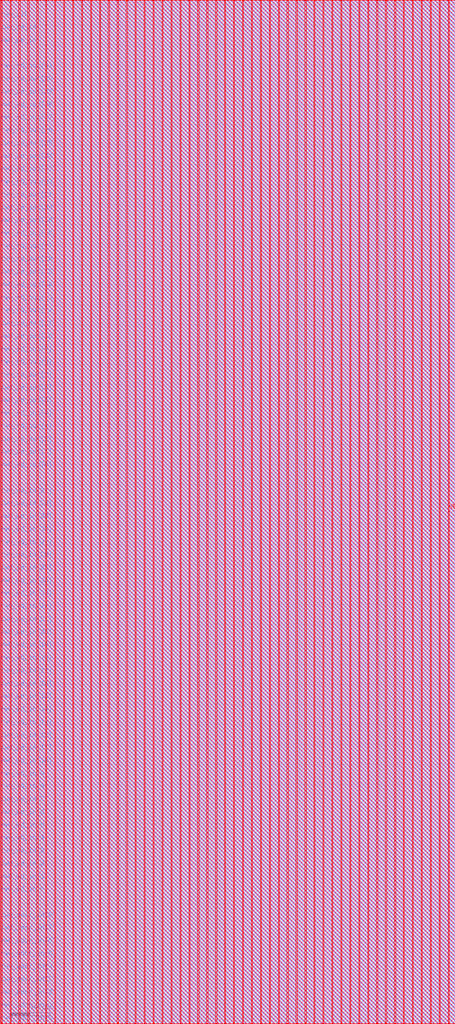
<source format=lef>
# Generated by FakeRAM 2.0
VERSION 5.7 ;
BUSBITCHARS "[]" ;
PROPERTYDEFINITIONS
  MACRO width INTEGER ;
  MACRO depth INTEGER ;
  MACRO banks INTEGER ;
END PROPERTYDEFINITIONS
MACRO liteeth_1rw1r_32w384d_32_sram
  PROPERTY width 32 ;
  PROPERTY depth 384 ;
  PROPERTY banks 1 ;
  FOREIGN liteeth_1rw1r_32w384d_32_sram 0 0 ;
  SYMMETRY X Y R90 ;
  SIZE 114.000 BY 256.200 ;
  CLASS BLOCK ;
  PIN r0_addr_in[0]
    DIRECTION INPUT ;
    USE SIGNAL ;
    SHAPE ABUTMENT ;
    PORT
      LAYER metal3 ;
      RECT 113.930 0.140 114.000 0.210 ;
    END
  END r0_addr_in[0]
  PIN r0_addr_in[1]
    DIRECTION INPUT ;
    USE SIGNAL ;
    SHAPE ABUTMENT ;
    PORT
      LAYER metal3 ;
      RECT 113.930 3.360 114.000 3.430 ;
    END
  END r0_addr_in[1]
  PIN r0_addr_in[2]
    DIRECTION INPUT ;
    USE SIGNAL ;
    SHAPE ABUTMENT ;
    PORT
      LAYER metal3 ;
      RECT 113.930 6.580 114.000 6.650 ;
    END
  END r0_addr_in[2]
  PIN r0_addr_in[3]
    DIRECTION INPUT ;
    USE SIGNAL ;
    SHAPE ABUTMENT ;
    PORT
      LAYER metal3 ;
      RECT 113.930 9.800 114.000 9.870 ;
    END
  END r0_addr_in[3]
  PIN r0_addr_in[4]
    DIRECTION INPUT ;
    USE SIGNAL ;
    SHAPE ABUTMENT ;
    PORT
      LAYER metal3 ;
      RECT 113.930 13.020 114.000 13.090 ;
    END
  END r0_addr_in[4]
  PIN r0_addr_in[5]
    DIRECTION INPUT ;
    USE SIGNAL ;
    SHAPE ABUTMENT ;
    PORT
      LAYER metal3 ;
      RECT 113.930 16.240 114.000 16.310 ;
    END
  END r0_addr_in[5]
  PIN r0_addr_in[6]
    DIRECTION INPUT ;
    USE SIGNAL ;
    SHAPE ABUTMENT ;
    PORT
      LAYER metal3 ;
      RECT 113.930 19.460 114.000 19.530 ;
    END
  END r0_addr_in[6]
  PIN r0_addr_in[7]
    DIRECTION INPUT ;
    USE SIGNAL ;
    SHAPE ABUTMENT ;
    PORT
      LAYER metal3 ;
      RECT 113.930 22.680 114.000 22.750 ;
    END
  END r0_addr_in[7]
  PIN r0_addr_in[8]
    DIRECTION INPUT ;
    USE SIGNAL ;
    SHAPE ABUTMENT ;
    PORT
      LAYER metal3 ;
      RECT 113.930 25.900 114.000 25.970 ;
    END
  END r0_addr_in[8]
  PIN r0_rd_out[0]
    DIRECTION OUTPUT ;
    USE SIGNAL ;
    SHAPE ABUTMENT ;
    PORT
      LAYER metal3 ;
      RECT 113.930 32.340 114.000 32.410 ;
    END
  END r0_rd_out[0]
  PIN r0_rd_out[1]
    DIRECTION OUTPUT ;
    USE SIGNAL ;
    SHAPE ABUTMENT ;
    PORT
      LAYER metal3 ;
      RECT 113.930 35.560 114.000 35.630 ;
    END
  END r0_rd_out[1]
  PIN r0_rd_out[2]
    DIRECTION OUTPUT ;
    USE SIGNAL ;
    SHAPE ABUTMENT ;
    PORT
      LAYER metal3 ;
      RECT 113.930 38.780 114.000 38.850 ;
    END
  END r0_rd_out[2]
  PIN r0_rd_out[3]
    DIRECTION OUTPUT ;
    USE SIGNAL ;
    SHAPE ABUTMENT ;
    PORT
      LAYER metal3 ;
      RECT 113.930 42.000 114.000 42.070 ;
    END
  END r0_rd_out[3]
  PIN r0_rd_out[4]
    DIRECTION OUTPUT ;
    USE SIGNAL ;
    SHAPE ABUTMENT ;
    PORT
      LAYER metal3 ;
      RECT 113.930 45.220 114.000 45.290 ;
    END
  END r0_rd_out[4]
  PIN r0_rd_out[5]
    DIRECTION OUTPUT ;
    USE SIGNAL ;
    SHAPE ABUTMENT ;
    PORT
      LAYER metal3 ;
      RECT 113.930 48.440 114.000 48.510 ;
    END
  END r0_rd_out[5]
  PIN r0_rd_out[6]
    DIRECTION OUTPUT ;
    USE SIGNAL ;
    SHAPE ABUTMENT ;
    PORT
      LAYER metal3 ;
      RECT 113.930 51.660 114.000 51.730 ;
    END
  END r0_rd_out[6]
  PIN r0_rd_out[7]
    DIRECTION OUTPUT ;
    USE SIGNAL ;
    SHAPE ABUTMENT ;
    PORT
      LAYER metal3 ;
      RECT 113.930 54.880 114.000 54.950 ;
    END
  END r0_rd_out[7]
  PIN r0_rd_out[8]
    DIRECTION OUTPUT ;
    USE SIGNAL ;
    SHAPE ABUTMENT ;
    PORT
      LAYER metal3 ;
      RECT 113.930 58.100 114.000 58.170 ;
    END
  END r0_rd_out[8]
  PIN r0_rd_out[9]
    DIRECTION OUTPUT ;
    USE SIGNAL ;
    SHAPE ABUTMENT ;
    PORT
      LAYER metal3 ;
      RECT 113.930 61.320 114.000 61.390 ;
    END
  END r0_rd_out[9]
  PIN r0_rd_out[10]
    DIRECTION OUTPUT ;
    USE SIGNAL ;
    SHAPE ABUTMENT ;
    PORT
      LAYER metal3 ;
      RECT 113.930 64.540 114.000 64.610 ;
    END
  END r0_rd_out[10]
  PIN r0_rd_out[11]
    DIRECTION OUTPUT ;
    USE SIGNAL ;
    SHAPE ABUTMENT ;
    PORT
      LAYER metal3 ;
      RECT 113.930 67.760 114.000 67.830 ;
    END
  END r0_rd_out[11]
  PIN r0_rd_out[12]
    DIRECTION OUTPUT ;
    USE SIGNAL ;
    SHAPE ABUTMENT ;
    PORT
      LAYER metal3 ;
      RECT 113.930 70.980 114.000 71.050 ;
    END
  END r0_rd_out[12]
  PIN r0_rd_out[13]
    DIRECTION OUTPUT ;
    USE SIGNAL ;
    SHAPE ABUTMENT ;
    PORT
      LAYER metal3 ;
      RECT 113.930 74.200 114.000 74.270 ;
    END
  END r0_rd_out[13]
  PIN r0_rd_out[14]
    DIRECTION OUTPUT ;
    USE SIGNAL ;
    SHAPE ABUTMENT ;
    PORT
      LAYER metal3 ;
      RECT 113.930 77.420 114.000 77.490 ;
    END
  END r0_rd_out[14]
  PIN r0_rd_out[15]
    DIRECTION OUTPUT ;
    USE SIGNAL ;
    SHAPE ABUTMENT ;
    PORT
      LAYER metal3 ;
      RECT 113.930 80.640 114.000 80.710 ;
    END
  END r0_rd_out[15]
  PIN r0_rd_out[16]
    DIRECTION OUTPUT ;
    USE SIGNAL ;
    SHAPE ABUTMENT ;
    PORT
      LAYER metal3 ;
      RECT 113.930 83.860 114.000 83.930 ;
    END
  END r0_rd_out[16]
  PIN r0_rd_out[17]
    DIRECTION OUTPUT ;
    USE SIGNAL ;
    SHAPE ABUTMENT ;
    PORT
      LAYER metal3 ;
      RECT 113.930 87.080 114.000 87.150 ;
    END
  END r0_rd_out[17]
  PIN r0_rd_out[18]
    DIRECTION OUTPUT ;
    USE SIGNAL ;
    SHAPE ABUTMENT ;
    PORT
      LAYER metal3 ;
      RECT 113.930 90.300 114.000 90.370 ;
    END
  END r0_rd_out[18]
  PIN r0_rd_out[19]
    DIRECTION OUTPUT ;
    USE SIGNAL ;
    SHAPE ABUTMENT ;
    PORT
      LAYER metal3 ;
      RECT 113.930 93.520 114.000 93.590 ;
    END
  END r0_rd_out[19]
  PIN r0_rd_out[20]
    DIRECTION OUTPUT ;
    USE SIGNAL ;
    SHAPE ABUTMENT ;
    PORT
      LAYER metal3 ;
      RECT 113.930 96.740 114.000 96.810 ;
    END
  END r0_rd_out[20]
  PIN r0_rd_out[21]
    DIRECTION OUTPUT ;
    USE SIGNAL ;
    SHAPE ABUTMENT ;
    PORT
      LAYER metal3 ;
      RECT 113.930 99.960 114.000 100.030 ;
    END
  END r0_rd_out[21]
  PIN r0_rd_out[22]
    DIRECTION OUTPUT ;
    USE SIGNAL ;
    SHAPE ABUTMENT ;
    PORT
      LAYER metal3 ;
      RECT 113.930 103.180 114.000 103.250 ;
    END
  END r0_rd_out[22]
  PIN r0_rd_out[23]
    DIRECTION OUTPUT ;
    USE SIGNAL ;
    SHAPE ABUTMENT ;
    PORT
      LAYER metal3 ;
      RECT 113.930 106.400 114.000 106.470 ;
    END
  END r0_rd_out[23]
  PIN r0_rd_out[24]
    DIRECTION OUTPUT ;
    USE SIGNAL ;
    SHAPE ABUTMENT ;
    PORT
      LAYER metal3 ;
      RECT 113.930 109.620 114.000 109.690 ;
    END
  END r0_rd_out[24]
  PIN r0_rd_out[25]
    DIRECTION OUTPUT ;
    USE SIGNAL ;
    SHAPE ABUTMENT ;
    PORT
      LAYER metal3 ;
      RECT 113.930 112.840 114.000 112.910 ;
    END
  END r0_rd_out[25]
  PIN r0_rd_out[26]
    DIRECTION OUTPUT ;
    USE SIGNAL ;
    SHAPE ABUTMENT ;
    PORT
      LAYER metal3 ;
      RECT 113.930 116.060 114.000 116.130 ;
    END
  END r0_rd_out[26]
  PIN r0_rd_out[27]
    DIRECTION OUTPUT ;
    USE SIGNAL ;
    SHAPE ABUTMENT ;
    PORT
      LAYER metal3 ;
      RECT 113.930 119.280 114.000 119.350 ;
    END
  END r0_rd_out[27]
  PIN r0_rd_out[28]
    DIRECTION OUTPUT ;
    USE SIGNAL ;
    SHAPE ABUTMENT ;
    PORT
      LAYER metal3 ;
      RECT 113.930 122.500 114.000 122.570 ;
    END
  END r0_rd_out[28]
  PIN r0_rd_out[29]
    DIRECTION OUTPUT ;
    USE SIGNAL ;
    SHAPE ABUTMENT ;
    PORT
      LAYER metal3 ;
      RECT 113.930 125.720 114.000 125.790 ;
    END
  END r0_rd_out[29]
  PIN r0_rd_out[30]
    DIRECTION OUTPUT ;
    USE SIGNAL ;
    SHAPE ABUTMENT ;
    PORT
      LAYER metal3 ;
      RECT 113.930 128.940 114.000 129.010 ;
    END
  END r0_rd_out[30]
  PIN r0_rd_out[31]
    DIRECTION OUTPUT ;
    USE SIGNAL ;
    SHAPE ABUTMENT ;
    PORT
      LAYER metal3 ;
      RECT 113.930 132.160 114.000 132.230 ;
    END
  END r0_rd_out[31]
  PIN r0_ce_in
    DIRECTION INPUT ;
    USE SIGNAL ;
    SHAPE ABUTMENT ;
    PORT
      LAYER metal3 ;
      RECT 113.930 138.600 114.000 138.670 ;
    END
  END r0_ce_in
  PIN r0_clk
    DIRECTION INPUT ;
    USE SIGNAL ;
    SHAPE ABUTMENT ;
    PORT
      LAYER metal3 ;
      RECT 113.930 141.820 114.000 141.890 ;
    END
  END r0_clk
  PIN rw0_addr_in[0]
    DIRECTION INPUT ;
    USE SIGNAL ;
    SHAPE ABUTMENT ;
    PORT
      LAYER metal3 ;
      RECT 0.000 0.140 0.070 0.210 ;
    END
  END rw0_addr_in[0]
  PIN rw0_addr_in[1]
    DIRECTION INPUT ;
    USE SIGNAL ;
    SHAPE ABUTMENT ;
    PORT
      LAYER metal3 ;
      RECT 0.000 3.360 0.070 3.430 ;
    END
  END rw0_addr_in[1]
  PIN rw0_addr_in[2]
    DIRECTION INPUT ;
    USE SIGNAL ;
    SHAPE ABUTMENT ;
    PORT
      LAYER metal3 ;
      RECT 0.000 6.580 0.070 6.650 ;
    END
  END rw0_addr_in[2]
  PIN rw0_addr_in[3]
    DIRECTION INPUT ;
    USE SIGNAL ;
    SHAPE ABUTMENT ;
    PORT
      LAYER metal3 ;
      RECT 0.000 9.800 0.070 9.870 ;
    END
  END rw0_addr_in[3]
  PIN rw0_addr_in[4]
    DIRECTION INPUT ;
    USE SIGNAL ;
    SHAPE ABUTMENT ;
    PORT
      LAYER metal3 ;
      RECT 0.000 13.020 0.070 13.090 ;
    END
  END rw0_addr_in[4]
  PIN rw0_addr_in[5]
    DIRECTION INPUT ;
    USE SIGNAL ;
    SHAPE ABUTMENT ;
    PORT
      LAYER metal3 ;
      RECT 0.000 16.240 0.070 16.310 ;
    END
  END rw0_addr_in[5]
  PIN rw0_addr_in[6]
    DIRECTION INPUT ;
    USE SIGNAL ;
    SHAPE ABUTMENT ;
    PORT
      LAYER metal3 ;
      RECT 0.000 19.460 0.070 19.530 ;
    END
  END rw0_addr_in[6]
  PIN rw0_addr_in[7]
    DIRECTION INPUT ;
    USE SIGNAL ;
    SHAPE ABUTMENT ;
    PORT
      LAYER metal3 ;
      RECT 0.000 22.680 0.070 22.750 ;
    END
  END rw0_addr_in[7]
  PIN rw0_addr_in[8]
    DIRECTION INPUT ;
    USE SIGNAL ;
    SHAPE ABUTMENT ;
    PORT
      LAYER metal3 ;
      RECT 0.000 25.900 0.070 25.970 ;
    END
  END rw0_addr_in[8]
  PIN rw0_wd_in[0]
    DIRECTION INPUT ;
    USE SIGNAL ;
    SHAPE ABUTMENT ;
    PORT
      LAYER metal3 ;
      RECT 0.000 32.340 0.070 32.410 ;
    END
  END rw0_wd_in[0]
  PIN rw0_wd_in[1]
    DIRECTION INPUT ;
    USE SIGNAL ;
    SHAPE ABUTMENT ;
    PORT
      LAYER metal3 ;
      RECT 0.000 35.560 0.070 35.630 ;
    END
  END rw0_wd_in[1]
  PIN rw0_wd_in[2]
    DIRECTION INPUT ;
    USE SIGNAL ;
    SHAPE ABUTMENT ;
    PORT
      LAYER metal3 ;
      RECT 0.000 38.780 0.070 38.850 ;
    END
  END rw0_wd_in[2]
  PIN rw0_wd_in[3]
    DIRECTION INPUT ;
    USE SIGNAL ;
    SHAPE ABUTMENT ;
    PORT
      LAYER metal3 ;
      RECT 0.000 42.000 0.070 42.070 ;
    END
  END rw0_wd_in[3]
  PIN rw0_wd_in[4]
    DIRECTION INPUT ;
    USE SIGNAL ;
    SHAPE ABUTMENT ;
    PORT
      LAYER metal3 ;
      RECT 0.000 45.220 0.070 45.290 ;
    END
  END rw0_wd_in[4]
  PIN rw0_wd_in[5]
    DIRECTION INPUT ;
    USE SIGNAL ;
    SHAPE ABUTMENT ;
    PORT
      LAYER metal3 ;
      RECT 0.000 48.440 0.070 48.510 ;
    END
  END rw0_wd_in[5]
  PIN rw0_wd_in[6]
    DIRECTION INPUT ;
    USE SIGNAL ;
    SHAPE ABUTMENT ;
    PORT
      LAYER metal3 ;
      RECT 0.000 51.660 0.070 51.730 ;
    END
  END rw0_wd_in[6]
  PIN rw0_wd_in[7]
    DIRECTION INPUT ;
    USE SIGNAL ;
    SHAPE ABUTMENT ;
    PORT
      LAYER metal3 ;
      RECT 0.000 54.880 0.070 54.950 ;
    END
  END rw0_wd_in[7]
  PIN rw0_wd_in[8]
    DIRECTION INPUT ;
    USE SIGNAL ;
    SHAPE ABUTMENT ;
    PORT
      LAYER metal3 ;
      RECT 0.000 58.100 0.070 58.170 ;
    END
  END rw0_wd_in[8]
  PIN rw0_wd_in[9]
    DIRECTION INPUT ;
    USE SIGNAL ;
    SHAPE ABUTMENT ;
    PORT
      LAYER metal3 ;
      RECT 0.000 61.320 0.070 61.390 ;
    END
  END rw0_wd_in[9]
  PIN rw0_wd_in[10]
    DIRECTION INPUT ;
    USE SIGNAL ;
    SHAPE ABUTMENT ;
    PORT
      LAYER metal3 ;
      RECT 0.000 64.540 0.070 64.610 ;
    END
  END rw0_wd_in[10]
  PIN rw0_wd_in[11]
    DIRECTION INPUT ;
    USE SIGNAL ;
    SHAPE ABUTMENT ;
    PORT
      LAYER metal3 ;
      RECT 0.000 67.760 0.070 67.830 ;
    END
  END rw0_wd_in[11]
  PIN rw0_wd_in[12]
    DIRECTION INPUT ;
    USE SIGNAL ;
    SHAPE ABUTMENT ;
    PORT
      LAYER metal3 ;
      RECT 0.000 70.980 0.070 71.050 ;
    END
  END rw0_wd_in[12]
  PIN rw0_wd_in[13]
    DIRECTION INPUT ;
    USE SIGNAL ;
    SHAPE ABUTMENT ;
    PORT
      LAYER metal3 ;
      RECT 0.000 74.200 0.070 74.270 ;
    END
  END rw0_wd_in[13]
  PIN rw0_wd_in[14]
    DIRECTION INPUT ;
    USE SIGNAL ;
    SHAPE ABUTMENT ;
    PORT
      LAYER metal3 ;
      RECT 0.000 77.420 0.070 77.490 ;
    END
  END rw0_wd_in[14]
  PIN rw0_wd_in[15]
    DIRECTION INPUT ;
    USE SIGNAL ;
    SHAPE ABUTMENT ;
    PORT
      LAYER metal3 ;
      RECT 0.000 80.640 0.070 80.710 ;
    END
  END rw0_wd_in[15]
  PIN rw0_wd_in[16]
    DIRECTION INPUT ;
    USE SIGNAL ;
    SHAPE ABUTMENT ;
    PORT
      LAYER metal3 ;
      RECT 0.000 83.860 0.070 83.930 ;
    END
  END rw0_wd_in[16]
  PIN rw0_wd_in[17]
    DIRECTION INPUT ;
    USE SIGNAL ;
    SHAPE ABUTMENT ;
    PORT
      LAYER metal3 ;
      RECT 0.000 87.080 0.070 87.150 ;
    END
  END rw0_wd_in[17]
  PIN rw0_wd_in[18]
    DIRECTION INPUT ;
    USE SIGNAL ;
    SHAPE ABUTMENT ;
    PORT
      LAYER metal3 ;
      RECT 0.000 90.300 0.070 90.370 ;
    END
  END rw0_wd_in[18]
  PIN rw0_wd_in[19]
    DIRECTION INPUT ;
    USE SIGNAL ;
    SHAPE ABUTMENT ;
    PORT
      LAYER metal3 ;
      RECT 0.000 93.520 0.070 93.590 ;
    END
  END rw0_wd_in[19]
  PIN rw0_wd_in[20]
    DIRECTION INPUT ;
    USE SIGNAL ;
    SHAPE ABUTMENT ;
    PORT
      LAYER metal3 ;
      RECT 0.000 96.740 0.070 96.810 ;
    END
  END rw0_wd_in[20]
  PIN rw0_wd_in[21]
    DIRECTION INPUT ;
    USE SIGNAL ;
    SHAPE ABUTMENT ;
    PORT
      LAYER metal3 ;
      RECT 0.000 99.960 0.070 100.030 ;
    END
  END rw0_wd_in[21]
  PIN rw0_wd_in[22]
    DIRECTION INPUT ;
    USE SIGNAL ;
    SHAPE ABUTMENT ;
    PORT
      LAYER metal3 ;
      RECT 0.000 103.180 0.070 103.250 ;
    END
  END rw0_wd_in[22]
  PIN rw0_wd_in[23]
    DIRECTION INPUT ;
    USE SIGNAL ;
    SHAPE ABUTMENT ;
    PORT
      LAYER metal3 ;
      RECT 0.000 106.400 0.070 106.470 ;
    END
  END rw0_wd_in[23]
  PIN rw0_wd_in[24]
    DIRECTION INPUT ;
    USE SIGNAL ;
    SHAPE ABUTMENT ;
    PORT
      LAYER metal3 ;
      RECT 0.000 109.620 0.070 109.690 ;
    END
  END rw0_wd_in[24]
  PIN rw0_wd_in[25]
    DIRECTION INPUT ;
    USE SIGNAL ;
    SHAPE ABUTMENT ;
    PORT
      LAYER metal3 ;
      RECT 0.000 112.840 0.070 112.910 ;
    END
  END rw0_wd_in[25]
  PIN rw0_wd_in[26]
    DIRECTION INPUT ;
    USE SIGNAL ;
    SHAPE ABUTMENT ;
    PORT
      LAYER metal3 ;
      RECT 0.000 116.060 0.070 116.130 ;
    END
  END rw0_wd_in[26]
  PIN rw0_wd_in[27]
    DIRECTION INPUT ;
    USE SIGNAL ;
    SHAPE ABUTMENT ;
    PORT
      LAYER metal3 ;
      RECT 0.000 119.280 0.070 119.350 ;
    END
  END rw0_wd_in[27]
  PIN rw0_wd_in[28]
    DIRECTION INPUT ;
    USE SIGNAL ;
    SHAPE ABUTMENT ;
    PORT
      LAYER metal3 ;
      RECT 0.000 122.500 0.070 122.570 ;
    END
  END rw0_wd_in[28]
  PIN rw0_wd_in[29]
    DIRECTION INPUT ;
    USE SIGNAL ;
    SHAPE ABUTMENT ;
    PORT
      LAYER metal3 ;
      RECT 0.000 125.720 0.070 125.790 ;
    END
  END rw0_wd_in[29]
  PIN rw0_wd_in[30]
    DIRECTION INPUT ;
    USE SIGNAL ;
    SHAPE ABUTMENT ;
    PORT
      LAYER metal3 ;
      RECT 0.000 128.940 0.070 129.010 ;
    END
  END rw0_wd_in[30]
  PIN rw0_wd_in[31]
    DIRECTION INPUT ;
    USE SIGNAL ;
    SHAPE ABUTMENT ;
    PORT
      LAYER metal3 ;
      RECT 0.000 132.160 0.070 132.230 ;
    END
  END rw0_wd_in[31]
  PIN rw0_rd_out[0]
    DIRECTION OUTPUT ;
    USE SIGNAL ;
    SHAPE ABUTMENT ;
    PORT
      LAYER metal3 ;
      RECT 0.000 138.600 0.070 138.670 ;
    END
  END rw0_rd_out[0]
  PIN rw0_rd_out[1]
    DIRECTION OUTPUT ;
    USE SIGNAL ;
    SHAPE ABUTMENT ;
    PORT
      LAYER metal3 ;
      RECT 0.000 141.820 0.070 141.890 ;
    END
  END rw0_rd_out[1]
  PIN rw0_rd_out[2]
    DIRECTION OUTPUT ;
    USE SIGNAL ;
    SHAPE ABUTMENT ;
    PORT
      LAYER metal3 ;
      RECT 0.000 145.040 0.070 145.110 ;
    END
  END rw0_rd_out[2]
  PIN rw0_rd_out[3]
    DIRECTION OUTPUT ;
    USE SIGNAL ;
    SHAPE ABUTMENT ;
    PORT
      LAYER metal3 ;
      RECT 0.000 148.260 0.070 148.330 ;
    END
  END rw0_rd_out[3]
  PIN rw0_rd_out[4]
    DIRECTION OUTPUT ;
    USE SIGNAL ;
    SHAPE ABUTMENT ;
    PORT
      LAYER metal3 ;
      RECT 0.000 151.480 0.070 151.550 ;
    END
  END rw0_rd_out[4]
  PIN rw0_rd_out[5]
    DIRECTION OUTPUT ;
    USE SIGNAL ;
    SHAPE ABUTMENT ;
    PORT
      LAYER metal3 ;
      RECT 0.000 154.700 0.070 154.770 ;
    END
  END rw0_rd_out[5]
  PIN rw0_rd_out[6]
    DIRECTION OUTPUT ;
    USE SIGNAL ;
    SHAPE ABUTMENT ;
    PORT
      LAYER metal3 ;
      RECT 0.000 157.920 0.070 157.990 ;
    END
  END rw0_rd_out[6]
  PIN rw0_rd_out[7]
    DIRECTION OUTPUT ;
    USE SIGNAL ;
    SHAPE ABUTMENT ;
    PORT
      LAYER metal3 ;
      RECT 0.000 161.140 0.070 161.210 ;
    END
  END rw0_rd_out[7]
  PIN rw0_rd_out[8]
    DIRECTION OUTPUT ;
    USE SIGNAL ;
    SHAPE ABUTMENT ;
    PORT
      LAYER metal3 ;
      RECT 0.000 164.360 0.070 164.430 ;
    END
  END rw0_rd_out[8]
  PIN rw0_rd_out[9]
    DIRECTION OUTPUT ;
    USE SIGNAL ;
    SHAPE ABUTMENT ;
    PORT
      LAYER metal3 ;
      RECT 0.000 167.580 0.070 167.650 ;
    END
  END rw0_rd_out[9]
  PIN rw0_rd_out[10]
    DIRECTION OUTPUT ;
    USE SIGNAL ;
    SHAPE ABUTMENT ;
    PORT
      LAYER metal3 ;
      RECT 0.000 170.800 0.070 170.870 ;
    END
  END rw0_rd_out[10]
  PIN rw0_rd_out[11]
    DIRECTION OUTPUT ;
    USE SIGNAL ;
    SHAPE ABUTMENT ;
    PORT
      LAYER metal3 ;
      RECT 0.000 174.020 0.070 174.090 ;
    END
  END rw0_rd_out[11]
  PIN rw0_rd_out[12]
    DIRECTION OUTPUT ;
    USE SIGNAL ;
    SHAPE ABUTMENT ;
    PORT
      LAYER metal3 ;
      RECT 0.000 177.240 0.070 177.310 ;
    END
  END rw0_rd_out[12]
  PIN rw0_rd_out[13]
    DIRECTION OUTPUT ;
    USE SIGNAL ;
    SHAPE ABUTMENT ;
    PORT
      LAYER metal3 ;
      RECT 0.000 180.460 0.070 180.530 ;
    END
  END rw0_rd_out[13]
  PIN rw0_rd_out[14]
    DIRECTION OUTPUT ;
    USE SIGNAL ;
    SHAPE ABUTMENT ;
    PORT
      LAYER metal3 ;
      RECT 0.000 183.680 0.070 183.750 ;
    END
  END rw0_rd_out[14]
  PIN rw0_rd_out[15]
    DIRECTION OUTPUT ;
    USE SIGNAL ;
    SHAPE ABUTMENT ;
    PORT
      LAYER metal3 ;
      RECT 0.000 186.900 0.070 186.970 ;
    END
  END rw0_rd_out[15]
  PIN rw0_rd_out[16]
    DIRECTION OUTPUT ;
    USE SIGNAL ;
    SHAPE ABUTMENT ;
    PORT
      LAYER metal3 ;
      RECT 0.000 190.120 0.070 190.190 ;
    END
  END rw0_rd_out[16]
  PIN rw0_rd_out[17]
    DIRECTION OUTPUT ;
    USE SIGNAL ;
    SHAPE ABUTMENT ;
    PORT
      LAYER metal3 ;
      RECT 0.000 193.340 0.070 193.410 ;
    END
  END rw0_rd_out[17]
  PIN rw0_rd_out[18]
    DIRECTION OUTPUT ;
    USE SIGNAL ;
    SHAPE ABUTMENT ;
    PORT
      LAYER metal3 ;
      RECT 0.000 196.560 0.070 196.630 ;
    END
  END rw0_rd_out[18]
  PIN rw0_rd_out[19]
    DIRECTION OUTPUT ;
    USE SIGNAL ;
    SHAPE ABUTMENT ;
    PORT
      LAYER metal3 ;
      RECT 0.000 199.780 0.070 199.850 ;
    END
  END rw0_rd_out[19]
  PIN rw0_rd_out[20]
    DIRECTION OUTPUT ;
    USE SIGNAL ;
    SHAPE ABUTMENT ;
    PORT
      LAYER metal3 ;
      RECT 0.000 203.000 0.070 203.070 ;
    END
  END rw0_rd_out[20]
  PIN rw0_rd_out[21]
    DIRECTION OUTPUT ;
    USE SIGNAL ;
    SHAPE ABUTMENT ;
    PORT
      LAYER metal3 ;
      RECT 0.000 206.220 0.070 206.290 ;
    END
  END rw0_rd_out[21]
  PIN rw0_rd_out[22]
    DIRECTION OUTPUT ;
    USE SIGNAL ;
    SHAPE ABUTMENT ;
    PORT
      LAYER metal3 ;
      RECT 0.000 209.440 0.070 209.510 ;
    END
  END rw0_rd_out[22]
  PIN rw0_rd_out[23]
    DIRECTION OUTPUT ;
    USE SIGNAL ;
    SHAPE ABUTMENT ;
    PORT
      LAYER metal3 ;
      RECT 0.000 212.660 0.070 212.730 ;
    END
  END rw0_rd_out[23]
  PIN rw0_rd_out[24]
    DIRECTION OUTPUT ;
    USE SIGNAL ;
    SHAPE ABUTMENT ;
    PORT
      LAYER metal3 ;
      RECT 0.000 215.880 0.070 215.950 ;
    END
  END rw0_rd_out[24]
  PIN rw0_rd_out[25]
    DIRECTION OUTPUT ;
    USE SIGNAL ;
    SHAPE ABUTMENT ;
    PORT
      LAYER metal3 ;
      RECT 0.000 219.100 0.070 219.170 ;
    END
  END rw0_rd_out[25]
  PIN rw0_rd_out[26]
    DIRECTION OUTPUT ;
    USE SIGNAL ;
    SHAPE ABUTMENT ;
    PORT
      LAYER metal3 ;
      RECT 0.000 222.320 0.070 222.390 ;
    END
  END rw0_rd_out[26]
  PIN rw0_rd_out[27]
    DIRECTION OUTPUT ;
    USE SIGNAL ;
    SHAPE ABUTMENT ;
    PORT
      LAYER metal3 ;
      RECT 0.000 225.540 0.070 225.610 ;
    END
  END rw0_rd_out[27]
  PIN rw0_rd_out[28]
    DIRECTION OUTPUT ;
    USE SIGNAL ;
    SHAPE ABUTMENT ;
    PORT
      LAYER metal3 ;
      RECT 0.000 228.760 0.070 228.830 ;
    END
  END rw0_rd_out[28]
  PIN rw0_rd_out[29]
    DIRECTION OUTPUT ;
    USE SIGNAL ;
    SHAPE ABUTMENT ;
    PORT
      LAYER metal3 ;
      RECT 0.000 231.980 0.070 232.050 ;
    END
  END rw0_rd_out[29]
  PIN rw0_rd_out[30]
    DIRECTION OUTPUT ;
    USE SIGNAL ;
    SHAPE ABUTMENT ;
    PORT
      LAYER metal3 ;
      RECT 0.000 235.200 0.070 235.270 ;
    END
  END rw0_rd_out[30]
  PIN rw0_rd_out[31]
    DIRECTION OUTPUT ;
    USE SIGNAL ;
    SHAPE ABUTMENT ;
    PORT
      LAYER metal3 ;
      RECT 0.000 238.420 0.070 238.490 ;
    END
  END rw0_rd_out[31]
  PIN rw0_we_in
    DIRECTION INPUT ;
    USE SIGNAL ;
    SHAPE ABUTMENT ;
    PORT
      LAYER metal3 ;
      RECT 0.000 244.860 0.070 244.930 ;
    END
  END rw0_we_in
  PIN rw0_ce_in
    DIRECTION INPUT ;
    USE SIGNAL ;
    SHAPE ABUTMENT ;
    PORT
      LAYER metal3 ;
      RECT 0.000 248.080 0.070 248.150 ;
    END
  END rw0_ce_in
  PIN rw0_clk
    DIRECTION INPUT ;
    USE SIGNAL ;
    SHAPE ABUTMENT ;
    PORT
      LAYER metal3 ;
      RECT 0.000 251.300 0.070 251.370 ;
    END
  END rw0_clk
  PIN VSS
    DIRECTION INOUT ;
    USE GROUND ;
    PORT
      LAYER metal4 ;
      RECT 0.210 0.140 0.490 256.060 ;
      RECT 2.450 0.140 2.730 256.060 ;
      RECT 4.690 0.140 4.970 256.060 ;
      RECT 6.930 0.140 7.210 256.060 ;
      RECT 9.170 0.140 9.450 256.060 ;
      RECT 11.410 0.140 11.690 256.060 ;
      RECT 13.650 0.140 13.930 256.060 ;
      RECT 15.890 0.140 16.170 256.060 ;
      RECT 18.130 0.140 18.410 256.060 ;
      RECT 20.370 0.140 20.650 256.060 ;
      RECT 22.610 0.140 22.890 256.060 ;
      RECT 24.850 0.140 25.130 256.060 ;
      RECT 27.090 0.140 27.370 256.060 ;
      RECT 29.330 0.140 29.610 256.060 ;
      RECT 31.570 0.140 31.850 256.060 ;
      RECT 33.810 0.140 34.090 256.060 ;
      RECT 36.050 0.140 36.330 256.060 ;
      RECT 38.290 0.140 38.570 256.060 ;
      RECT 40.530 0.140 40.810 256.060 ;
      RECT 42.770 0.140 43.050 256.060 ;
      RECT 45.010 0.140 45.290 256.060 ;
      RECT 47.250 0.140 47.530 256.060 ;
      RECT 49.490 0.140 49.770 256.060 ;
      RECT 51.730 0.140 52.010 256.060 ;
      RECT 53.970 0.140 54.250 256.060 ;
      RECT 56.210 0.140 56.490 256.060 ;
      RECT 58.450 0.140 58.730 256.060 ;
      RECT 60.690 0.140 60.970 256.060 ;
      RECT 62.930 0.140 63.210 256.060 ;
      RECT 65.170 0.140 65.450 256.060 ;
      RECT 67.410 0.140 67.690 256.060 ;
      RECT 69.650 0.140 69.930 256.060 ;
      RECT 71.890 0.140 72.170 256.060 ;
      RECT 74.130 0.140 74.410 256.060 ;
      RECT 76.370 0.140 76.650 256.060 ;
      RECT 78.610 0.140 78.890 256.060 ;
      RECT 80.850 0.140 81.130 256.060 ;
      RECT 83.090 0.140 83.370 256.060 ;
      RECT 85.330 0.140 85.610 256.060 ;
      RECT 87.570 0.140 87.850 256.060 ;
      RECT 89.810 0.140 90.090 256.060 ;
      RECT 92.050 0.140 92.330 256.060 ;
      RECT 94.290 0.140 94.570 256.060 ;
      RECT 96.530 0.140 96.810 256.060 ;
      RECT 98.770 0.140 99.050 256.060 ;
      RECT 101.010 0.140 101.290 256.060 ;
      RECT 103.250 0.140 103.530 256.060 ;
      RECT 105.490 0.140 105.770 256.060 ;
      RECT 107.730 0.140 108.010 256.060 ;
      RECT 109.970 0.140 110.250 256.060 ;
      RECT 112.210 0.140 112.490 256.060 ;
    END
  END VSS
  PIN VDD
    DIRECTION INOUT ;
    USE POWER ;
    PORT
      LAYER metal4 ;
      RECT 0.210 0.140 0.490 256.060 ;
      RECT 2.450 0.140 2.730 256.060 ;
      RECT 4.690 0.140 4.970 256.060 ;
      RECT 6.930 0.140 7.210 256.060 ;
      RECT 9.170 0.140 9.450 256.060 ;
      RECT 11.410 0.140 11.690 256.060 ;
      RECT 13.650 0.140 13.930 256.060 ;
      RECT 15.890 0.140 16.170 256.060 ;
      RECT 18.130 0.140 18.410 256.060 ;
      RECT 20.370 0.140 20.650 256.060 ;
      RECT 22.610 0.140 22.890 256.060 ;
      RECT 24.850 0.140 25.130 256.060 ;
      RECT 27.090 0.140 27.370 256.060 ;
      RECT 29.330 0.140 29.610 256.060 ;
      RECT 31.570 0.140 31.850 256.060 ;
      RECT 33.810 0.140 34.090 256.060 ;
      RECT 36.050 0.140 36.330 256.060 ;
      RECT 38.290 0.140 38.570 256.060 ;
      RECT 40.530 0.140 40.810 256.060 ;
      RECT 42.770 0.140 43.050 256.060 ;
      RECT 45.010 0.140 45.290 256.060 ;
      RECT 47.250 0.140 47.530 256.060 ;
      RECT 49.490 0.140 49.770 256.060 ;
      RECT 51.730 0.140 52.010 256.060 ;
      RECT 53.970 0.140 54.250 256.060 ;
      RECT 56.210 0.140 56.490 256.060 ;
      RECT 58.450 0.140 58.730 256.060 ;
      RECT 60.690 0.140 60.970 256.060 ;
      RECT 62.930 0.140 63.210 256.060 ;
      RECT 65.170 0.140 65.450 256.060 ;
      RECT 67.410 0.140 67.690 256.060 ;
      RECT 69.650 0.140 69.930 256.060 ;
      RECT 71.890 0.140 72.170 256.060 ;
      RECT 74.130 0.140 74.410 256.060 ;
      RECT 76.370 0.140 76.650 256.060 ;
      RECT 78.610 0.140 78.890 256.060 ;
      RECT 80.850 0.140 81.130 256.060 ;
      RECT 83.090 0.140 83.370 256.060 ;
      RECT 85.330 0.140 85.610 256.060 ;
      RECT 87.570 0.140 87.850 256.060 ;
      RECT 89.810 0.140 90.090 256.060 ;
      RECT 92.050 0.140 92.330 256.060 ;
      RECT 94.290 0.140 94.570 256.060 ;
      RECT 96.530 0.140 96.810 256.060 ;
      RECT 98.770 0.140 99.050 256.060 ;
      RECT 101.010 0.140 101.290 256.060 ;
      RECT 103.250 0.140 103.530 256.060 ;
      RECT 105.490 0.140 105.770 256.060 ;
      RECT 107.730 0.140 108.010 256.060 ;
      RECT 109.970 0.140 110.250 256.060 ;
      RECT 112.210 0.140 112.490 256.060 ;
    END
  END VDD
  OBS
    LAYER metal1 ;
    RECT 0 0 114.000 256.200 ;
    LAYER metal2 ;
    RECT 0 0 114.000 256.200 ;
    LAYER metal3 ;
    RECT 0 0 114.000 256.200 ;
    LAYER metal4 ;
    RECT 0 0 114.000 256.200 ;
    LAYER OVERLAP ;
    RECT 0 0 114.000 256.200 ;
  END
END liteeth_1rw1r_32w384d_32_sram

END LIBRARY

</source>
